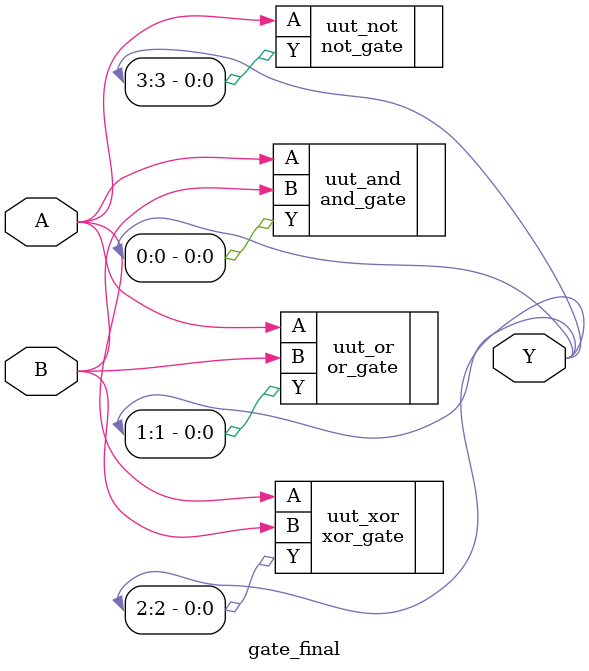
<source format=v>
`timescale 1ns / 1ps


module gate_final(
    input A,
    input B,
    output [3:0] Y
    );
    
    and_gate uut_and (.A(A), .B(B),.Y(Y[0]) );
    or_gate uut_or (.A(A), .B(B),.Y(Y[1]) );
    xor_gate uut_xor (.A(A), .B(B),.Y(Y[2]) );
    not_gate uut_not (.A(A), .Y(Y[3]) );
    
endmodule

</source>
